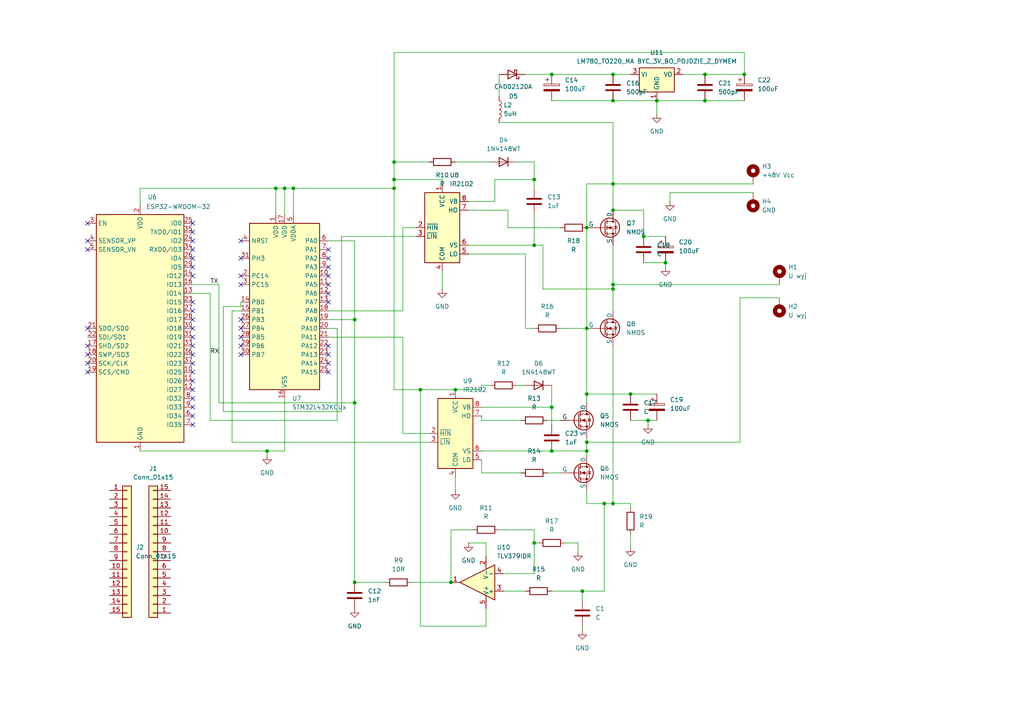
<source format=kicad_sch>
(kicad_sch (version 20250114) (generator "eeschema") (generator_version "9.0")
  (paper "A4")
  (lib_symbols
    (symbol "Amplifier_Operational:TLV2371DBV" (pin_names (offset 0.127))
      (property "Reference" "U" (at -1.27 6.35 0))
      (property "Value" "TLV2371DBV" (at -1.27 3.81 0))
      (symbol "TLV2371DBV_0_1"
        (polyline (pts (xy -5.08 5.08) (xy 5.08 0) (xy -5.08 -5.08) (xy -5.08 5.08)) (stroke (width 0.254)) (fill (type background)))
        (pin power_in line (at -2.54 7.62 270) (length 3.81) (name "V+") (number "5"))
        (pin power_in line (at -2.54 -7.62 90) (length 3.81) (name "V-") (number "2"))
      )
      (symbol "TLV2371DBV_1_1"
        (pin input line (at -7.62 2.54 0) (length 2.54) (name "+") (number "3"))
        (pin input line (at -7.62 -2.54 0) (length 2.54) (name "-") (number "4"))
        (pin output line (at 7.62 0 180) (length 2.54) (name "~") (number "1"))
      )
    )
    (symbol "Connector_Generic:Conn_01x15" (pin_names (offset 1.016) (hide yes))
      (property "Reference" "J" (at 0 20.32 0))
      (property "Value" "Conn_01x15" (at 0 -20.32 0))
      (symbol "Conn_01x15_1_1"
        (rectangle (start -1.27 19.05) (end 1.27 -19.05) (stroke (width 0.254)) (fill (type background)))
        (rectangle (start -1.27 17.907) (end 0 17.653) (stroke (width 0.1524)))
        (rectangle (start -1.27 15.367) (end 0 15.113) (stroke (width 0.1524)))
        (rectangle (start -1.27 12.827) (end 0 12.573) (stroke (width 0.1524)))
        (rectangle (start -1.27 10.287) (end 0 10.033) (stroke (width 0.1524)))
        (rectangle (start -1.27 7.747) (end 0 7.493) (stroke (width 0.1524)))
        (rectangle (start -1.27 5.207) (end 0 4.953) (stroke (width 0.1524)))
        (rectangle (start -1.27 2.667) (end 0 2.413) (stroke (width 0.1524)))
        (rectangle (start -1.27 0.127) (end 0 -0.127) (stroke (width 0.1524)))
        (rectangle (start -1.27 -2.413) (end 0 -2.667) (stroke (width 0.1524)))
        (rectangle (start -1.27 -4.953) (end 0 -5.207) (stroke (width 0.1524)))
        (rectangle (start -1.27 -7.493) (end 0 -7.747) (stroke (width 0.1524)))
        (rectangle (start -1.27 -10.033) (end 0 -10.287) (stroke (width 0.1524)))
        (rectangle (start -1.27 -12.573) (end 0 -12.827) (stroke (width 0.1524)))
        (rectangle (start -1.27 -15.113) (end 0 -15.367) (stroke (width 0.1524)))
        (rectangle (start -1.27 -17.653) (end 0 -17.907) (stroke (width 0.1524)))
        (pin passive line (at -5.08 17.78 0) (length 3.81) (name "Pin_1") (number "1"))
        (pin passive line (at -5.08 15.24 0) (length 3.81) (name "Pin_2") (number "2"))
        (pin passive line (at -5.08 12.7 0) (length 3.81) (name "Pin_3") (number "3"))
        (pin passive line (at -5.08 10.16 0) (length 3.81) (name "Pin_4") (number "4"))
        (pin passive line (at -5.08 7.62 0) (length 3.81) (name "Pin_5") (number "5"))
        (pin passive line (at -5.08 5.08 0) (length 3.81) (name "Pin_6") (number "6"))
        (pin passive line (at -5.08 2.54 0) (length 3.81) (name "Pin_7") (number "7"))
        (pin passive line (at -5.08 0 0) (length 3.81) (name "Pin_8") (number "8"))
        (pin passive line (at -5.08 -2.54 0) (length 3.81) (name "Pin_9") (number "9"))
        (pin passive line (at -5.08 -5.08 0) (length 3.81) (name "Pin_10") (number "10"))
        (pin passive line (at -5.08 -7.62 0) (length 3.81) (name "Pin_11") (number "11"))
        (pin passive line (at -5.08 -10.16 0) (length 3.81) (name "Pin_12") (number "12"))
        (pin passive line (at -5.08 -12.7 0) (length 3.81) (name "Pin_13") (number "13"))
        (pin passive line (at -5.08 -15.24 0) (length 3.81) (name "Pin_14") (number "14"))
        (pin passive line (at -5.08 -17.78 0) (length 3.81) (name "Pin_15") (number "15"))
      )
    )
    (symbol "Device:C" (pin_numbers (hide yes)) (pin_names (offset 0.254))
      (property "Reference" "C" (at 0.635 2.54 0))
      (property "Value" "C" (at 0.635 -2.54 0))
      (symbol "C_0_1"
        (polyline (pts (xy -2.032 0.762) (xy 2.032 0.762)) (stroke (width 0.508)))
        (polyline (pts (xy -2.032 -0.762) (xy 2.032 -0.762)) (stroke (width 0.508)))
      )
      (symbol "C_1_1"
        (pin passive line (at 0 3.81 270) (length 2.794) (name "~") (number "1"))
        (pin passive line (at 0 -3.81 90) (length 2.794) (name "~") (number "2"))
      )
    )
    (symbol "Device:C_Polarized" (pin_numbers (hide yes)) (pin_names (offset 0.254))
      (property "Reference" "C" (at 0.635 2.54 0))
      (property "Value" "C_Polarized" (at 0.635 -2.54 0))
      (symbol "C_Polarized_0_1"
        (rectangle (start -2.286 0.508) (end 2.286 1.016))
        (polyline (pts (xy -1.778 2.286) (xy -0.762 2.286)))
        (polyline (pts (xy -1.27 2.794) (xy -1.27 1.778)))
        (rectangle (start 2.286 -0.508) (end -2.286 -1.016) (fill (type outline)))
      )
      (symbol "C_Polarized_1_1"
        (pin passive line (at 0 3.81 270) (length 2.794) (name "~") (number "1"))
        (pin passive line (at 0 -3.81 90) (length 2.794) (name "~") (number "2"))
      )
    )
    (symbol "Device:L" (pin_numbers (hide yes)) (pin_names (offset 1.016) (hide yes))
      (property "Reference" "L" (at -1.27 0 90))
      (property "Value" "L" (at 1.905 0 90))
      (symbol "L_0_1"
        (arc (start 0 2.54) (mid 0.6323 1.905) (end 0 1.27))
        (arc (start 0 1.27) (mid 0.6323 0.635) (end 0 0))
        (arc (start 0 0) (mid 0.6323 -0.635) (end 0 -1.27))
        (arc (start 0 -1.27) (mid 0.6323 -1.905) (end 0 -2.54))
      )
      (symbol "L_1_1"
        (pin passive line (at 0 3.81 270) (length 1.27) (name "1") (number "1"))
        (pin passive line (at 0 -3.81 90) (length 1.27) (name "2") (number "2"))
      )
    )
    (symbol "Device:R" (pin_numbers (hide yes)) (pin_names (offset 0))
      (property "Reference" "R" (at 2.032 0 90))
      (property "Value" "R" (at 0 0 90))
      (symbol "R_0_1"
        (rectangle (start -1.016 -2.54) (end 1.016 2.54) (stroke (width 0.254)))
      )
      (symbol "R_1_1"
        (pin passive line (at 0 3.81 270) (length 1.27) (name "~") (number "1"))
        (pin passive line (at 0 -3.81 90) (length 1.27) (name "~") (number "2"))
      )
    )
    (symbol "Diode:1N4148WT" (pin_numbers (hide yes)) (pin_names (hide yes))
      (property "Reference" "D" (at 0 2.54 0))
      (property "Value" "1N4148WT" (at 0 -2.54 0))
      (symbol "1N4148WT_0_1"
        (polyline (pts (xy -1.27 1.27) (xy -1.27 -1.27)) (stroke (width 0.254)))
        (polyline (pts (xy 1.27 1.27) (xy 1.27 -1.27) (xy -1.27 0) (xy 1.27 1.27)) (stroke (width 0.254)))
        (polyline (pts (xy 1.27 0) (xy -1.27 0)))
      )
      (symbol "1N4148WT_1_1"
        (pin passive line (at -3.81 0 0) (length 2.54) (name "K") (number "1"))
        (pin passive line (at 3.81 0 180) (length 2.54) (name "A") (number "2"))
      )
    )
    (symbol "Diode:C4D02120A" (pin_numbers (hide yes)) (pin_names (offset 1.016) (hide yes))
      (property "Reference" "D" (at 0 2.54 0))
      (property "Value" "C4D02120A" (at 0 -2.54 0))
      (symbol "C4D02120A_0_1"
        (polyline (pts (xy -1.905 0.635) (xy -1.905 1.27) (xy -1.27 1.27) (xy -1.27 -1.27) (xy -0.635 -1.27) (xy -0.635 -0.635)) (stroke (width 0.254)))
        (polyline (pts (xy 1.27 1.27) (xy 1.27 -1.27) (xy -1.27 0) (xy 1.27 1.27)) (stroke (width 0.254)))
        (polyline (pts (xy 1.27 0) (xy -1.27 0)))
      )
      (symbol "C4D02120A_1_1"
        (pin passive line (at -3.81 0 0) (length 2.54) (name "K") (number "1"))
        (pin passive line (at 3.81 0 180) (length 2.54) (name "A") (number "2"))
      )
    )
    (symbol "Driver_FET:IR2102"
      (property "Reference" "U" (at 1.27 13.335 0))
      (property "Value" "IR2102" (at 1.27 11.43 0))
      (symbol "IR2102_0_1"
        (rectangle (start -5.08 -10.16) (end 5.08 10.16) (stroke (width 0.254)) (fill (type background)))
      )
      (symbol "IR2102_1_1"
        (pin input line (at -7.62 0 0) (length 2.54) (name "~{HIN}") (number "2"))
        (pin input line (at -7.62 -2.54 0) (length 2.54) (name "~{LIN}") (number "3"))
        (pin power_in line (at 0 12.7 270) (length 2.54) (name "VCC") (number "1"))
        (pin power_in line (at 0 -12.7 90) (length 2.54) (name "COM") (number "4"))
        (pin passive line (at 7.62 7.62 180) (length 2.54) (name "VB") (number "8"))
        (pin output line (at 7.62 5.08 180) (length 2.54) (name "HO") (number "7"))
        (pin passive line (at 7.62 -5.08 180) (length 2.54) (name "VS") (number "6"))
        (pin output line (at 7.62 -7.62 180) (length 2.54) (name "LO") (number "5"))
      )
    )
    (symbol "MCU_ST_STM32L4:STM32L432KCUx"
      (property "Reference" "U" (at -10.16 26.67 0))
      (property "Value" "STM32L432KCUx" (at 5.08 26.67 0))
      (symbol "STM32L432KCUx_0_1"
        (rectangle (start -10.16 -22.86) (end 10.16 25.4) (stroke (width 0.254)) (fill (type background)))
      )
      (symbol "STM32L432KCUx_1_1"
        (pin input line (at -12.7 20.32 0) (length 2.54) (name "NRST") (number "4"))
        (pin bidirectional line (at -12.7 15.24 0) (length 2.54) (name "PH3") (number "31"))
        (pin bidirectional line (at -12.7 10.16 0) (length 2.54) (name "PC14") (number "2"))
        (pin bidirectional line (at -12.7 7.62 0) (length 2.54) (name "PC15") (number "3"))
        (pin bidirectional line (at -12.7 2.54 0) (length 2.54) (name "PB0") (number "14"))
        (pin bidirectional line (at -12.7 0 0) (length 2.54) (name "PB1") (number "15"))
        (pin bidirectional line (at -12.7 -2.54 0) (length 2.54) (name "PB3") (number "26"))
        (pin bidirectional line (at -12.7 -5.08 0) (length 2.54) (name "PB4") (number "27"))
        (pin bidirectional line (at -12.7 -7.62 0) (length 2.54) (name "PB5") (number "28"))
        (pin bidirectional line (at -12.7 -10.16 0) (length 2.54) (name "PB6") (number "29"))
        (pin bidirectional line (at -12.7 -12.7 0) (length 2.54) (name "PB7") (number "30"))
        (pin power_in line (at -2.54 27.94 270) (length 2.54) (name "VDD") (number "1"))
        (pin power_in line (at 0 27.94 270) (length 2.54) (name "VDD") (number "17"))
        (pin power_in line (at 0 -25.4 90) (length 2.54) (name "VSS") (number "16"))
        (pin passive line (at 0 -25.4 90) (length 2.54) (hide yes) (name "VSS") (number "32"))
        (pin passive line (at 0 -25.4 90) (length 2.54) (hide yes) (name "VSS") (number "33"))
        (pin power_in line (at 2.54 27.94 270) (length 2.54) (name "VDDA") (number "5"))
        (pin bidirectional line (at 12.7 20.32 180) (length 2.54) (name "PA0") (number "6"))
        (pin bidirectional line (at 12.7 17.78 180) (length 2.54) (name "PA1") (number "7"))
        (pin bidirectional line (at 12.7 15.24 180) (length 2.54) (name "PA2") (number "8"))
        (pin bidirectional line (at 12.7 12.7 180) (length 2.54) (name "PA3") (number "9"))
        (pin bidirectional line (at 12.7 10.16 180) (length 2.54) (name "PA4") (number "10"))
        (pin bidirectional line (at 12.7 7.62 180) (length 2.54) (name "PA5") (number "11"))
        (pin bidirectional line (at 12.7 5.08 180) (length 2.54) (name "PA6") (number "12"))
        (pin bidirectional line (at 12.7 2.54 180) (length 2.54) (name "PA7") (number "13"))
        (pin bidirectional line (at 12.7 0 180) (length 2.54) (name "PA8") (number "18"))
        (pin bidirectional line (at 12.7 -2.54 180) (length 2.54) (name "PA9") (number "19"))
        (pin bidirectional line (at 12.7 -5.08 180) (length 2.54) (name "PA10") (number "20"))
        (pin bidirectional line (at 12.7 -7.62 180) (length 2.54) (name "PA11") (number "21"))
        (pin bidirectional line (at 12.7 -10.16 180) (length 2.54) (name "PA12") (number "22"))
        (pin bidirectional line (at 12.7 -12.7 180) (length 2.54) (name "PA13") (number "23"))
        (pin bidirectional line (at 12.7 -15.24 180) (length 2.54) (name "PA14") (number "24"))
        (pin bidirectional line (at 12.7 -17.78 180) (length 2.54) (name "PA15") (number "25"))
      )
    )
    (symbol "Mechanical:MountingHole_Pad" (pin_numbers (hide yes)) (pin_names (offset 1.016) (hide yes)) (in_bom no)
      (property "Reference" "H" (at 0 6.35 0))
      (property "Value" "MountingHole_Pad" (at 0 4.445 0))
      (symbol "MountingHole_Pad_0_1"
        (circle (center 0 1.27) (radius 1.27) (stroke (width 1.27)))
      )
      (symbol "MountingHole_Pad_1_1"
        (pin input line (at 0 -2.54 90) (length 2.54) (name "1") (number "1"))
      )
    )
    (symbol "RF_Module:ESP32-WROOM-32"
      (property "Reference" "U" (at -12.7 34.29 0))
      (property "Value" "ESP32-WROOM-32" (at 1.27 34.29 0))
      (symbol "ESP32-WROOM-32_0_1"
        (rectangle (start -12.7 33.02) (end 12.7 -33.02) (stroke (width 0.254)) (fill (type background)))
      )
      (symbol "ESP32-WROOM-32_1_1"
        (pin input line (at -15.24 30.48 0) (length 2.54) (name "EN") (number "3"))
        (pin input line (at -15.24 25.4 0) (length 2.54) (name "SENSOR_VP") (number "4"))
        (pin input line (at -15.24 22.86 0) (length 2.54) (name "SENSOR_VN") (number "5"))
        (pin bidirectional line (at -15.24 0 0) (length 2.54) (name "SDO/SD0") (number "21"))
        (pin bidirectional line (at -15.24 -2.54 0) (length 2.54) (name "SDI/SD1") (number "22"))
        (pin bidirectional line (at -15.24 -5.08 0) (length 2.54) (name "SHD/SD2") (number "17"))
        (pin bidirectional line (at -15.24 -7.62 0) (length 2.54) (name "SWP/SD3") (number "18"))
        (pin bidirectional line (at -15.24 -10.16 0) (length 2.54) (name "SCK/CLK") (number "20"))
        (pin bidirectional line (at -15.24 -12.7 0) (length 2.54) (name "SCS/CMD") (number "19"))
        (pin no_connect line (at -12.7 -27.94 0) (length 2.54) (hide yes) (name "NC") (number "32"))
        (pin power_in line (at 0 35.56 270) (length 2.54) (name "VDD") (number "2"))
        (pin power_in line (at 0 -35.56 90) (length 2.54) (name "GND") (number "1"))
        (pin passive line (at 0 -35.56 90) (length 2.54) (hide yes) (name "GND") (number "15"))
        (pin passive line (at 0 -35.56 90) (length 2.54) (hide yes) (name "GND") (number "38"))
        (pin passive line (at 0 -35.56 90) (length 2.54) (hide yes) (name "GND") (number "39"))
        (pin bidirectional line (at 15.24 30.48 180) (length 2.54) (name "IO0") (number "25"))
        (pin bidirectional line (at 15.24 27.94 180) (length 2.54) (name "TXD0/IO1") (number "35"))
        (pin bidirectional line (at 15.24 25.4 180) (length 2.54) (name "IO2") (number "24"))
        (pin bidirectional line (at 15.24 22.86 180) (length 2.54) (name "RXD0/IO3") (number "34"))
        (pin bidirectional line (at 15.24 20.32 180) (length 2.54) (name "IO4") (number "26"))
        (pin bidirectional line (at 15.24 17.78 180) (length 2.54) (name "IO5") (number "29"))
        (pin bidirectional line (at 15.24 15.24 180) (length 2.54) (name "IO12") (number "14"))
        (pin bidirectional line (at 15.24 12.7 180) (length 2.54) (name "IO13") (number "16"))
        (pin bidirectional line (at 15.24 10.16 180) (length 2.54) (name "IO14") (number "13"))
        (pin bidirectional line (at 15.24 7.62 180) (length 2.54) (name "IO15") (number "23"))
        (pin bidirectional line (at 15.24 5.08 180) (length 2.54) (name "IO16") (number "27"))
        (pin bidirectional line (at 15.24 2.54 180) (length 2.54) (name "IO17") (number "28"))
        (pin bidirectional line (at 15.24 0 180) (length 2.54) (name "IO18") (number "30"))
        (pin bidirectional line (at 15.24 -2.54 180) (length 2.54) (name "IO19") (number "31"))
        (pin bidirectional line (at 15.24 -5.08 180) (length 2.54) (name "IO21") (number "33"))
        (pin bidirectional line (at 15.24 -7.62 180) (length 2.54) (name "IO22") (number "36"))
        (pin bidirectional line (at 15.24 -10.16 180) (length 2.54) (name "IO23") (number "37"))
        (pin bidirectional line (at 15.24 -12.7 180) (length 2.54) (name "IO25") (number "10"))
        (pin bidirectional line (at 15.24 -15.24 180) (length 2.54) (name "IO26") (number "11"))
        (pin bidirectional line (at 15.24 -17.78 180) (length 2.54) (name "IO27") (number "12"))
        (pin bidirectional line (at 15.24 -20.32 180) (length 2.54) (name "IO32") (number "8"))
        (pin bidirectional line (at 15.24 -22.86 180) (length 2.54) (name "IO33") (number "9"))
        (pin input line (at 15.24 -25.4 180) (length 2.54) (name "IO34") (number "6"))
        (pin input line (at 15.24 -27.94 180) (length 2.54) (name "IO35") (number "7"))
      )
    )
    (symbol "Regulator_Linear:LD1117S33TR_SOT223"
      (property "Reference" "U" (at -3.81 3.175 0))
      (property "Value" "LD1117S33TR_SOT223" (at 0 3.175 0))
      (symbol "LD1117S33TR_SOT223_0_1"
        (rectangle (start -5.08 -5.08) (end 5.08 1.905) (stroke (width 0.254)) (fill (type background)))
      )
      (symbol "LD1117S33TR_SOT223_1_1"
        (pin power_in line (at -7.62 0 0) (length 2.54) (name "VI") (number "3"))
        (pin power_in line (at 0 -7.62 90) (length 2.54) (name "GND") (number "1"))
        (pin power_out line (at 7.62 0 180) (length 2.54) (name "VO") (number "2"))
      )
    )
    (symbol "Simulation_SPICE:NMOS" (pin_numbers (hide yes)) (pin_names (offset 0))
      (property "Reference" "Q" (at 5.08 1.27 0))
      (property "Value" "NMOS" (at 5.08 -1.27 0))
      (symbol "NMOS_0_1"
        (polyline (pts (xy 0.254 1.905) (xy 0.254 -1.905)) (stroke (width 0.254)))
        (polyline (pts (xy 0.254 0) (xy -2.54 0)))
        (polyline (pts (xy 0.762 2.286) (xy 0.762 1.27)) (stroke (width 0.254)))
        (polyline (pts (xy 0.762 0.508) (xy 0.762 -0.508)) (stroke (width 0.254)))
        (polyline (pts (xy 0.762 -1.27) (xy 0.762 -2.286)) (stroke (width 0.254)))
        (polyline (pts (xy 0.762 -1.778) (xy 3.302 -1.778) (xy 3.302 1.778) (xy 0.762 1.778)))
        (polyline (pts (xy 1.016 0) (xy 2.032 0.381) (xy 2.032 -0.381) (xy 1.016 0)) (fill (type outline)))
        (circle (center 1.651 0) (radius 2.794) (stroke (width 0.254)))
        (polyline (pts (xy 2.54 2.54) (xy 2.54 1.778)))
        (circle (center 2.54 1.778) (radius 0.254) (fill (type outline)))
        (circle (center 2.54 -1.778) (radius 0.254) (fill (type outline)))
        (polyline (pts (xy 2.54 -2.54) (xy 2.54 0) (xy 0.762 0)))
        (polyline (pts (xy 2.794 0.508) (xy 2.921 0.381) (xy 3.683 0.381) (xy 3.81 0.254)))
        (polyline (pts (xy 3.302 0.381) (xy 2.921 -0.254) (xy 3.683 -0.254) (xy 3.302 0.381)))
      )
      (symbol "NMOS_1_1"
        (pin input line (at -5.08 0 0) (length 2.54) (name "G") (number "2"))
        (pin passive line (at 2.54 5.08 270) (length 2.54) (name "D") (number "1"))
        (pin passive line (at 2.54 -5.08 90) (length 2.54) (name "S") (number "3"))
      )
    )
    (symbol "power:GND" (power) (pin_numbers (hide yes)) (pin_names (offset 0) (hide yes))
      (property "Value" "GND" (at 0 -3.81 0))
      (symbol "GND_0_1"
        (polyline (pts (xy 0 0) (xy 0 -1.27) (xy 1.27 -1.27) (xy 0 -2.54) (xy -1.27 -1.27) (xy 0 -1.27)))
      )
      (symbol "GND_1_1"
        (pin power_in line (at 0 0 270) (length 0) (name "~") (number "1"))
      )
    )
  )
  (junction (at 160.02 118.11))
  (junction (at 132.08 113.03))
  (junction (at 204.47 21.59))
  (junction (at 175.26 146.05))
  (junction (at 177.8 21.59))
  (junction (at 177.8 29.21))
  (junction (at 170.18 128.27))
  (junction (at 114.3 46.99))
  (junction (at 177.8 83.82))
  (junction (at 182.88 114.3))
  (junction (at 114.3 54.61))
  (junction (at 177.8 146.05))
  (junction (at 170.18 95.25))
  (junction (at 154.94 157.48))
  (junction (at 102.87 92.71))
  (junction (at 177.8 53.34))
  (junction (at 160.02 130.81))
  (junction (at 121.92 113.03))
  (junction (at 204.47 29.21))
  (junction (at 190.5 29.21))
  (junction (at 170.18 66.04))
  (junction (at 186.69 68.58))
  (junction (at 177.8 60.96))
  (junction (at 102.87 116.84))
  (junction (at 114.3 52.07))
  (junction (at 170.18 130.81))
  (junction (at 154.94 71.12))
  (junction (at 177.8 82.55))
  (junction (at 77.47 130.81))
  (junction (at 102.87 168.91))
  (junction (at 193.04 76.2))
  (junction (at 130.81 168.91))
  (junction (at 154.94 52.07))
  (junction (at 170.18 114.3))
  (junction (at 80.01 54.61))
  (junction (at 168.91 171.45))
  (junction (at 82.55 54.61))
  (junction (at 160.02 21.59))
  (junction (at 215.9 21.59))
  (junction (at 85.09 54.61))
  (junction (at 187.96 121.92))
  (no_connect (at 95.25 87.63))
  (no_connect (at 25.4 107.95))
  (no_connect (at 25.4 102.87))
  (no_connect (at 69.85 80.01))
  (no_connect (at 95.25 107.95))
  (no_connect (at 95.25 82.55))
  (no_connect (at 69.85 69.85))
  (no_connect (at 69.85 97.79))
  (no_connect (at 95.25 102.87))
  (no_connect (at 55.88 105.41))
  (no_connect (at 55.88 92.71))
  (no_connect (at 55.88 69.85))
  (no_connect (at 55.88 90.17))
  (no_connect (at 55.88 64.77))
  (no_connect (at 55.88 118.11))
  (no_connect (at 55.88 100.33))
  (no_connect (at 25.4 64.77))
  (no_connect (at 25.4 105.41))
  (no_connect (at 69.85 100.33))
  (no_connect (at 55.88 107.95))
  (no_connect (at 25.4 72.39))
  (no_connect (at 69.85 102.87))
  (no_connect (at 55.88 113.03))
  (no_connect (at 69.85 74.93))
  (no_connect (at 95.25 74.93))
  (no_connect (at 95.25 85.09))
  (no_connect (at 69.85 95.25))
  (no_connect (at 55.88 120.65))
  (no_connect (at 69.85 82.55))
  (no_connect (at 95.25 72.39))
  (no_connect (at 55.88 80.01))
  (no_connect (at 95.25 77.47))
  (no_connect (at 55.88 102.87))
  (no_connect (at 55.88 67.31))
  (no_connect (at 55.88 74.93))
  (no_connect (at 95.25 80.01))
  (no_connect (at 25.4 69.85))
  (no_connect (at 55.88 110.49))
  (no_connect (at 69.85 92.71))
  (no_connect (at 55.88 115.57))
  (no_connect (at 55.88 77.47))
  (no_connect (at 25.4 100.33))
  (no_connect (at 95.25 105.41))
  (no_connect (at 95.25 100.33))
  (no_connect (at 55.88 97.79))
  (no_connect (at 55.88 95.25))
  (no_connect (at 55.88 87.63))
  (no_connect (at 25.4 95.25))
  (no_connect (at 55.88 123.19))
  (no_connect (at 55.88 72.39))
  (wire (pts (xy 154.94 166.37) (xy 146.05 166.37)))
  (wire (pts (xy 177.8 53.34) (xy 218.44 53.34)))
  (wire (pts (xy 151.13 137.16) (xy 139.7 137.16)))
  (wire (pts (xy 177.8 82.55) (xy 177.8 83.82)))
  (wire (pts (xy 149.86 46.99) (xy 154.94 46.99)))
  (wire (pts (xy 214.63 86.36) (xy 226.06 86.36)))
  (wire (pts (xy 187.96 121.92) (xy 190.5 121.92)))
  (wire (pts (xy 193.04 77.47) (xy 193.04 76.2)))
  (wire (pts (xy 60.96 85.09) (xy 60.96 121.92)))
  (wire (pts (xy 168.91 171.45) (xy 168.91 173.99)))
  (wire (pts (xy 140.97 176.53) (xy 140.97 181.61)))
  (wire (pts (xy 146.05 171.45) (xy 152.4 171.45)))
  (wire (pts (xy 116.84 66.04) (xy 120.65 66.04)))
  (wire (pts (xy 128.27 53.34) (xy 128.27 52.07)))
  (wire (pts (xy 177.8 35.56) (xy 177.8 53.34)))
  (wire (pts (xy 121.92 113.03) (xy 132.08 113.03)))
  (wire (pts (xy 151.13 121.92) (xy 139.7 121.92)))
  (wire (pts (xy 135.89 71.12) (xy 154.94 71.12)))
  (wire (pts (xy 190.5 29.21) (xy 204.47 29.21)))
  (wire (pts (xy 82.55 54.61) (xy 82.55 62.23)))
  (wire (pts (xy 170.18 53.34) (xy 170.18 66.04)))
  (wire (pts (xy 143.51 52.07) (xy 154.94 52.07)))
  (wire (pts (xy 102.87 92.71) (xy 95.25 92.71)))
  (wire (pts (xy 149.86 111.76) (xy 152.4 111.76)))
  (wire (pts (xy 114.3 54.61) (xy 114.3 52.07)))
  (wire (pts (xy 160.02 111.76) (xy 160.02 118.11)))
  (wire (pts (xy 175.26 146.05) (xy 177.8 146.05)))
  (wire (pts (xy 116.84 125.73) (xy 124.46 125.73)))
  (wire (pts (xy 177.8 83.82) (xy 177.8 90.17)))
  (wire (pts (xy 140.97 181.61) (xy 121.92 181.61)))
  (wire (pts (xy 170.18 142.24) (xy 170.18 146.05)))
  (wire (pts (xy 144.78 21.59) (xy 144.78 27.94)))
  (wire (pts (xy 114.3 113.03) (xy 121.92 113.03)))
  (wire (pts (xy 186.69 60.96) (xy 177.8 60.96)))
  (wire (pts (xy 154.94 52.07) (xy 154.94 54.61)))
  (wire (pts (xy 167.64 157.48) (xy 167.64 160.02)))
  (wire (pts (xy 102.87 116.84) (xy 102.87 92.71)))
  (wire (pts (xy 99.06 68.58) (xy 120.65 68.58)))
  (wire (pts (xy 139.7 113.03) (xy 132.08 113.03)))
  (wire (pts (xy 182.88 154.94) (xy 182.88 158.75)))
  (wire (pts (xy 82.55 54.61) (xy 80.01 54.61)))
  (wire (pts (xy 121.92 113.03) (xy 121.92 181.61)))
  (wire (pts (xy 147.32 66.04) (xy 147.32 60.96)))
  (wire (pts (xy 152.4 95.25) (xy 154.94 95.25)))
  (wire (pts (xy 77.47 132.08) (xy 77.47 130.81)))
  (wire (pts (xy 40.64 54.61) (xy 80.01 54.61)))
  (wire (pts (xy 152.4 21.59) (xy 160.02 21.59)))
  (wire (pts (xy 175.26 171.45) (xy 175.26 146.05)))
  (wire (pts (xy 69.85 88.9) (xy 64.77 88.9)))
  (wire (pts (xy 63.5 82.55) (xy 55.88 82.55)))
  (wire (pts (xy 154.94 157.48) (xy 156.21 157.48)))
  (wire (pts (xy 116.84 90.17) (xy 116.84 66.04)))
  (wire (pts (xy 214.63 86.36) (xy 214.63 128.27)))
  (wire (pts (xy 160.02 29.21) (xy 177.8 29.21)))
  (wire (pts (xy 160.02 171.45) (xy 168.91 171.45)))
  (wire (pts (xy 170.18 95.25) (xy 170.18 114.3)))
  (wire (pts (xy 63.5 116.84) (xy 102.87 116.84)))
  (wire (pts (xy 160.02 118.11) (xy 160.02 123.19)))
  (wire (pts (xy 114.3 46.99) (xy 124.46 46.99)))
  (wire (pts (xy 170.18 114.3) (xy 170.18 116.84)))
  (wire (pts (xy 140.97 157.48) (xy 140.97 161.29)))
  (wire (pts (xy 170.18 66.04) (xy 170.18 95.25)))
  (wire (pts (xy 97.79 95.25) (xy 95.25 95.25)))
  (wire (pts (xy 95.25 90.17) (xy 116.84 90.17)))
  (wire (pts (xy 177.8 71.12) (xy 177.8 82.55)))
  (wire (pts (xy 170.18 128.27) (xy 214.63 128.27)))
  (wire (pts (xy 154.94 153.67) (xy 154.94 157.48)))
  (wire (pts (xy 102.87 168.91) (xy 111.76 168.91)))
  (wire (pts (xy 114.3 15.24) (xy 114.3 46.99)))
  (wire (pts (xy 170.18 128.27) (xy 170.18 130.81)))
  (wire (pts (xy 102.87 92.71) (xy 102.87 69.85)))
  (wire (pts (xy 152.4 73.66) (xy 152.4 95.25)))
  (wire (pts (xy 177.8 53.34) (xy 177.8 60.96)))
  (wire (pts (xy 95.25 97.79) (xy 116.84 97.79)))
  (wire (pts (xy 158.75 121.92) (xy 162.56 121.92)))
  (wire (pts (xy 163.83 157.48) (xy 167.64 157.48)))
  (wire (pts (xy 82.55 54.61) (xy 85.09 54.61)))
  (wire (pts (xy 67.31 90.17) (xy 67.31 128.27)))
  (wire (pts (xy 198.12 21.59) (xy 204.47 21.59)))
  (wire (pts (xy 182.88 146.05) (xy 177.8 146.05)))
  (wire (pts (xy 119.38 168.91) (xy 130.81 168.91)))
  (wire (pts (xy 63.5 82.55) (xy 63.5 116.84)))
  (wire (pts (xy 177.8 21.59) (xy 182.88 21.59)))
  (wire (pts (xy 154.94 157.48) (xy 154.94 166.37)))
  (wire (pts (xy 67.31 128.27) (xy 124.46 128.27)))
  (wire (pts (xy 132.08 138.43) (xy 132.08 142.24)))
  (wire (pts (xy 157.48 71.12) (xy 157.48 83.82)))
  (wire (pts (xy 139.7 111.76) (xy 139.7 113.03)))
  (wire (pts (xy 143.51 58.42) (xy 143.51 52.07)))
  (wire (pts (xy 160.02 21.59) (xy 177.8 21.59)))
  (wire (pts (xy 135.89 157.48) (xy 140.97 157.48)))
  (wire (pts (xy 190.5 29.21) (xy 190.5 33.02)))
  (wire (pts (xy 168.91 181.61) (xy 168.91 182.88)))
  (wire (pts (xy 168.91 171.45) (xy 175.26 171.45)))
  (wire (pts (xy 160.02 130.81) (xy 170.18 130.81)))
  (wire (pts (xy 102.87 69.85) (xy 95.25 69.85)))
  (wire (pts (xy 186.69 76.2) (xy 193.04 76.2)))
  (wire (pts (xy 215.9 15.24) (xy 114.3 15.24)))
  (wire (pts (xy 114.3 54.61) (xy 114.3 113.03)))
  (wire (pts (xy 177.8 29.21) (xy 190.5 29.21)))
  (wire (pts (xy 204.47 21.59) (xy 215.9 21.59)))
  (wire (pts (xy 82.55 130.81) (xy 77.47 130.81)))
  (wire (pts (xy 102.87 168.91) (xy 102.87 116.84)))
  (wire (pts (xy 154.94 71.12) (xy 157.48 71.12)))
  (wire (pts (xy 139.7 118.11) (xy 160.02 118.11)))
  (wire (pts (xy 64.77 119.38) (xy 99.06 119.38)))
  (wire (pts (xy 157.48 83.82) (xy 177.8 83.82)))
  (wire (pts (xy 170.18 130.81) (xy 170.18 132.08)))
  (wire (pts (xy 80.01 54.61) (xy 80.01 62.23)))
  (wire (pts (xy 187.96 121.92) (xy 187.96 123.19)))
  (wire (pts (xy 144.78 153.67) (xy 154.94 153.67)))
  (wire (pts (xy 85.09 54.61) (xy 85.09 62.23)))
  (wire (pts (xy 97.79 121.92) (xy 97.79 95.25)))
  (wire (pts (xy 182.88 114.3) (xy 170.18 114.3)))
  (wire (pts (xy 69.85 87.63) (xy 69.85 88.9)))
  (wire (pts (xy 128.27 78.74) (xy 128.27 83.82)))
  (wire (pts (xy 82.55 130.81) (xy 82.55 115.57)))
  (wire (pts (xy 182.88 114.3) (xy 190.5 114.3)))
  (wire (pts (xy 135.89 58.42) (xy 143.51 58.42)))
  (wire (pts (xy 130.81 153.67) (xy 130.81 168.91)))
  (wire (pts (xy 154.94 62.23) (xy 154.94 71.12)))
  (wire (pts (xy 177.8 100.33) (xy 177.8 146.05)))
  (wire (pts (xy 85.09 54.61) (xy 114.3 54.61)))
  (wire (pts (xy 162.56 95.25) (xy 170.18 95.25)))
  (wire (pts (xy 114.3 52.07) (xy 128.27 52.07)))
  (wire (pts (xy 147.32 60.96) (xy 135.89 60.96)))
  (wire (pts (xy 158.75 137.16) (xy 162.56 137.16)))
  (wire (pts (xy 162.56 66.04) (xy 147.32 66.04)))
  (wire (pts (xy 193.04 68.58) (xy 186.69 68.58)))
  (wire (pts (xy 144.78 35.56) (xy 177.8 35.56)))
  (wire (pts (xy 40.64 54.61) (xy 40.64 59.69)))
  (wire (pts (xy 69.85 90.17) (xy 67.31 90.17)))
  (wire (pts (xy 139.7 111.76) (xy 142.24 111.76)))
  (wire (pts (xy 60.96 85.09) (xy 55.88 85.09)))
  (wire (pts (xy 177.8 82.55) (xy 226.06 82.55)))
  (wire (pts (xy 116.84 97.79) (xy 116.84 125.73)))
  (wire (pts (xy 154.94 46.99) (xy 154.94 52.07)))
  (wire (pts (xy 135.89 73.66) (xy 152.4 73.66)))
  (wire (pts (xy 114.3 52.07) (xy 114.3 46.99)))
  (wire (pts (xy 130.81 153.67) (xy 137.16 153.67)))
  (wire (pts (xy 182.88 146.05) (xy 182.88 147.32)))
  (wire (pts (xy 170.18 127) (xy 170.18 128.27)))
  (wire (pts (xy 139.7 137.16) (xy 139.7 133.35)))
  (wire (pts (xy 64.77 88.9) (xy 64.77 119.38)))
  (wire (pts (xy 186.69 68.58) (xy 186.69 60.96)))
  (wire (pts (xy 139.7 121.92) (xy 139.7 120.65)))
  (wire (pts (xy 170.18 53.34) (xy 177.8 53.34)))
  (wire (pts (xy 132.08 46.99) (xy 142.24 46.99)))
  (wire (pts (xy 204.47 29.21) (xy 215.9 29.21)))
  (wire (pts (xy 194.31 55.88) (xy 218.44 55.88)))
  (wire (pts (xy 182.88 121.92) (xy 187.96 121.92)))
  (wire (pts (xy 194.31 55.88) (xy 194.31 58.42)))
  (wire (pts (xy 139.7 130.81) (xy 160.02 130.81)))
  (wire (pts (xy 99.06 119.38) (xy 99.06 68.58)))
  (wire (pts (xy 170.18 146.05) (xy 175.26 146.05)))
  (wire (pts (xy 215.9 21.59) (xy 215.9 15.24)))
  (wire (pts (xy 60.96 121.92) (xy 97.79 121.92)))
  (wire (pts (xy 40.64 130.81) (xy 77.47 130.81)))
  (label "TX" (at 60.96 82.55 0))
  (label "RX" (at 60.96 102.87 0))
  (symbol (lib_id "Device:C") (at 102.87 172.72 0) (unit 1)
    (property "Reference" "C12" (at 106.68 171.4499 0) (effects (justify left)))
    (property "Value" "1nF" (at 106.68 173.9899 0) (effects (justify left)))
    (property "Footprint" "Capacitor_SMD:C_1206_3216Metric" (effects (hide yes)))
    (property "Description" "Unpolarized capacitor" (effects (hide yes)))
  )
  (symbol (lib_id "Diode:1N4148WT") (at 146.05 46.99 180) (unit 1)
    (property "Reference" "D4" (at 146.05 40.64 0))
    (property "Value" "1N4148WT" (at 146.05 43.18 0))
    (property "Footprint" "Diode_SMD:D_SOD-523" (effects (hide yes)))
    (property "Datasheet" "https://www.diodes.com/assets/Datasheets/ds30396.pdf" (effects (hide yes)))
    (property "Description" "75V 0.15A Fast switching Diode, SOD-523" (effects (hide yes)))
    (property "Sim.Device" "D" (effects (hide yes)))
    (property "Sim.Pins" "1=K 2=A" (effects (hide yes)))
  )
  (symbol (lib_id "power:GND") (at 132.08 142.24 0) (unit 1)
    (property "Reference" "#PWR0104" (effects (hide yes)))
    (property "Value" "GND" (at 132.08 147.32 0))
    (property "Description" "Power symbol creates a global label with name \"GND\" , ground" (effects (hide yes)))
  )
  (symbol (lib_id "Device:R") (at 154.94 121.92 90) (unit 1)
    (property "Reference" "R13" (at 154.94 115.57 90))
    (property "Value" "R" (at 154.94 118.11 90))
    (property "Footprint" "Resistor_SMD:R_1210_3225Metric" (effects (hide yes)))
    (property "Description" "Resistor" (effects (hide yes)))
  )
  (symbol (lib_id "Device:R") (at 158.75 95.25 90) (unit 1)
    (property "Reference" "R16" (at 158.75 88.9 90))
    (property "Value" "R" (at 158.75 91.44 90))
    (property "Footprint" "Resistor_SMD:R_1210_3225Metric" (effects (hide yes)))
    (property "Description" "Resistor" (effects (hide yes)))
  )
  (symbol (lib_id "power:GND") (at 194.31 58.42 0) (unit 1)
    (property "Reference" "#PWR0101" (effects (hide yes)))
    (property "Value" "GND" (at 194.31 63.5 0))
    (property "Description" "Power symbol creates a global label with name \"GND\" , ground" (effects (hide yes)))
  )
  (symbol (lib_id "Device:R") (at 146.05 111.76 90) (unit 1)
    (property "Reference" "R12" (at 146.05 105.41 90))
    (property "Value" "R" (at 146.05 107.95 90))
    (property "Footprint" "Resistor_SMD:R_1210_3225Metric" (effects (hide yes)))
    (property "Description" "Resistor" (effects (hide yes)))
  )
  (symbol (lib_id "Connector_Generic:Conn_01x15") (at 36.83 160.02 0) (unit 1)
    (property "Reference" "J2" (at 39.37 158.7499 0) (effects (justify left)))
    (property "Value" "Conn_01x15" (at 39.37 161.2899 0) (effects (justify left)))
    (property "Description" "Generic connector, single row, 01x15, script generated (kicad-library-utils/schlib/autogen/connector/)" (effects (hide yes)))
  )
  (symbol (lib_id "Mechanical:MountingHole_Pad") (at 226.06 88.9 180) (unit 1) (in_bom no)
    (property "Reference" "H2" (at 228.6 88.8999 0) (effects (justify right)))
    (property "Value" "U wyj" (at 228.6 91.4399 0) (effects (justify right)))
    (property "Footprint" "MountingHole:MountingHole_3.2mm_M3_DIN965_Pad" (effects (hide yes)))
    (property "Description" "Mounting Hole with connection" (effects (hide yes)))
  )
  (symbol (lib_id "Mechanical:MountingHole_Pad") (at 226.06 80.01 0) (unit 1) (in_bom no)
    (property "Reference" "H1" (at 228.6 77.4699 0) (effects (justify left)))
    (property "Value" "U wyj" (at 228.6 80.0099 0) (effects (justify left)))
    (property "Footprint" "MountingHole:MountingHole_3.2mm_M3_DIN965_Pad" (effects (hide yes)))
    (property "Description" "Mounting Hole with connection" (effects (hide yes)))
  )
  (symbol (lib_id "Device:R") (at 160.02 157.48 270) (unit 1)
    (property "Reference" "R17" (at 160.02 151.13 90))
    (property "Value" "R" (at 160.02 153.67 90))
    (property "Footprint" "Resistor_SMD:R_1210_3225Metric" (effects (hide yes)))
    (property "Description" "Resistor" (effects (hide yes)))
  )
  (symbol (lib_id "Simulation_SPICE:NMOS") (at 167.64 137.16 0) (unit 1)
    (property "Reference" "Q6" (at 173.99 135.8899 0) (effects (justify left)))
    (property "Value" "NMOS" (at 173.99 138.4299 0) (effects (justify left)))
    (property "Footprint" "Package_TO_SOT_THT:TO-220-3_Horizontal_TabUp" (effects (hide yes)))
    (property "Datasheet" "https://ngspice.sourceforge.io/docs/ngspice-html-manual/manual.xhtml#cha_MOSFETs" (effects (hide yes)))
    (property "Description" "N-MOSFET transistor, drain/source/gate" (effects (hide yes)))
    (property "Sim.Device" "NMOS" (effects (hide yes)))
    (property "Sim.Type" "VDMOS" (effects (hide yes)))
    (property "Sim.Pins" "1=D 2=G 3=S" (effects (hide yes)))
  )
  (symbol (lib_id "power:GND") (at 135.89 157.48 0) (unit 1)
    (property "Reference" "#PWR010" (effects (hide yes)))
    (property "Value" "GND" (at 135.89 162.56 0))
    (property "Description" "Power symbol creates a global label with name \"GND\" , ground" (effects (hide yes)))
  )
  (symbol (lib_id "Device:C") (at 186.69 72.39 0) (unit 1)
    (property "Reference" "C18" (at 190.5 71.1199 0) (effects (justify left)))
    (property "Value" "C" (at 190.5 73.6599 0) (effects (justify left)))
    (property "Footprint" "Capacitor_SMD:C_1206_3216Metric" (effects (hide yes)))
    (property "Description" "Unpolarized capacitor" (effects (hide yes)))
  )
  (symbol (lib_id "power:GND") (at 102.87 176.53 0) (unit 1)
    (property "Reference" "#PWR0103" (effects (hide yes)))
    (property "Value" "GND" (at 102.87 181.61 0))
    (property "Description" "Power symbol creates a global label with name \"GND\" , ground" (effects (hide yes)))
  )
  (symbol (lib_id "Simulation_SPICE:NMOS") (at 167.64 121.92 0) (unit 1)
    (property "Reference" "Q5" (at 173.99 120.6499 0) (effects (justify left)))
    (property "Value" "NMOS" (at 173.99 123.1899 0) (effects (justify left)))
    (property "Footprint" "Package_TO_SOT_THT:TO-220-3_Horizontal_TabUp" (effects (hide yes)))
    (property "Datasheet" "https://ngspice.sourceforge.io/docs/ngspice-html-manual/manual.xhtml#cha_MOSFETs" (effects (hide yes)))
    (property "Description" "N-MOSFET transistor, drain/source/gate" (effects (hide yes)))
    (property "Sim.Device" "NMOS" (effects (hide yes)))
    (property "Sim.Type" "VDMOS" (effects (hide yes)))
    (property "Sim.Pins" "1=D 2=G 3=S" (effects (hide yes)))
  )
  (symbol (lib_id "Device:R") (at 154.94 137.16 90) (unit 1)
    (property "Reference" "R14" (at 154.94 130.81 90))
    (property "Value" "R" (at 154.94 133.35 90))
    (property "Footprint" "Resistor_SMD:R_1210_3225Metric" (effects (hide yes)))
    (property "Description" "Resistor" (effects (hide yes)))
  )
  (symbol (lib_id "Device:R") (at 115.57 168.91 90) (unit 1)
    (property "Reference" "R9" (at 115.57 162.56 90))
    (property "Value" "10R" (at 115.57 165.1 90))
    (property "Footprint" "Resistor_SMD:R_1210_3225Metric" (effects (hide yes)))
    (property "Description" "Resistor" (effects (hide yes)))
  )
  (symbol (lib_id "RF_Module:ESP32-WROOM-32") (at 40.64 95.25 0) (unit 1)
    (property "Reference" "U6" (at 42.7833 57.15 0) (effects (justify left)))
    (property "Value" "ESP32-WROOM-32" (at 42.418 59.944 0) (effects (justify left)))
    (property "Footprint" "RF_Module:ESP32-WROOM-32" (effects (hide yes)))
    (property "Datasheet" "https://www.espressif.com/sites/default/files/documentation/esp32-wroom-32_datasheet_en.pdf" (effects (hide yes)))
    (property "Description" "RF Module, ESP32-D0WDQ6 SoC, Wi-Fi 802.11b/g/n, Bluetooth, BLE, 32-bit, 2.7-3.6V, onboard antenna, SMD" (effects (hide yes)))
  )
  (symbol (lib_id "Diode:C4D02120A") (at 148.59 21.59 180) (unit 1)
    (property "Reference" "D5" (at 148.9075 27.94 0))
    (property "Value" "C4D02120A" (at 148.844 25.146 0))
    (property "Footprint" "Package_TO_SOT_THT:TO-220-2_Vertical" (effects (hide yes)))
    (property "Datasheet" "https://www.wolfspeed.com/media/downloads/75/C4D02120A.pdf" (effects (hide yes)))
    (property "Description" "1200V, 2A, SiC Schottky Diode, TO-220" (effects (hide yes)))
  )
  (symbol (lib_id "Connector_Generic:Conn_01x15") (at 44.45 160.02 180) (unit 1)
    (property "Reference" "J1" (at 44.45 135.89 0))
    (property "Value" "Conn_01x15" (at 44.45 138.43 0))
    (property "Description" "Generic connector, single row, 01x15, script generated (kicad-library-utils/schlib/autogen/connector/)" (effects (hide yes)))
  )
  (symbol (lib_id "Device:L") (at 144.78 31.75 0) (unit 1)
    (property "Reference" "L2" (at 146.05 30.4799 0) (effects (justify left)))
    (property "Value" "5uH" (at 146.05 33.0199 0) (effects (justify left)))
    (property "Footprint" "Inductor_SMD:L_6.3x6.3_H3" (effects (hide yes)))
    (property "Description" "Inductor" (effects (hide yes)))
  )
  (symbol (lib_id "power:GND") (at 167.64 160.02 0) (unit 1)
    (property "Reference" "#PWR011" (effects (hide yes)))
    (property "Value" "GND" (at 167.64 165.1 0))
    (property "Description" "Power symbol creates a global label with name \"GND\" , ground" (effects (hide yes)))
  )
  (symbol (lib_id "Device:C") (at 204.47 25.4 0) (unit 1)
    (property "Reference" "C21" (at 208.28 24.1299 0) (effects (justify left)))
    (property "Value" "500pF" (at 208.28 26.6699 0) (effects (justify left)))
    (property "Footprint" "Capacitor_SMD:C_1206_3216Metric" (effects (hide yes)))
    (property "Description" "Unpolarized capacitor" (effects (hide yes)))
  )
  (symbol (lib_id "Device:C_Polarized") (at 193.04 72.39 0) (unit 1)
    (property "Reference" "C20" (at 196.85 70.2309 0) (effects (justify left)))
    (property "Value" "100uF" (at 196.85 72.7709 0) (effects (justify left)))
    (property "Footprint" "Capacitor_SMD:CP_Elec_10x10" (effects (hide yes)))
    (property "Description" "Polarized capacitor" (effects (hide yes)))
  )
  (symbol (lib_id "power:GND") (at 168.91 182.88 0) (unit 1)
    (property "Reference" "#PWR012" (effects (hide yes)))
    (property "Value" "GND" (at 168.91 187.96 0))
    (property "Description" "Power symbol creates a global label with name \"GND\" , ground" (effects (hide yes)))
  )
  (symbol (lib_id "Device:R") (at 166.37 66.04 90) (unit 1)
    (property "Reference" "R18" (at 166.37 69.85 90))
    (property "Value" "R" (at 166.37 72.39 90))
    (property "Footprint" "Resistor_SMD:R_1210_3225Metric" (effects (hide yes)))
    (property "Description" "Resistor" (effects (hide yes)))
  )
  (symbol (lib_id "power:GND") (at 193.04 77.47 0) (unit 1)
    (property "Reference" "#PWR0102" (effects (hide yes)))
    (property "Value" "GND" (at 193.04 82.55 0))
    (property "Description" "Power symbol creates a global label with name \"GND\" , ground" (effects (hide yes)))
  )
  (symbol (lib_id "Device:C") (at 168.91 177.8 0) (unit 1)
    (property "Reference" "C1" (at 172.72 176.5299 0) (effects (justify left)))
    (property "Value" "C" (at 172.72 179.0699 0) (effects (justify left)))
    (property "Footprint" "Capacitor_SMD:C_1206_3216Metric" (effects (hide yes)))
    (property "Description" "Unpolarized capacitor" (effects (hide yes)))
  )
  (symbol (lib_id "Simulation_SPICE:NMOS") (at 175.26 66.04 0) (unit 1)
    (property "Reference" "Q7" (at 181.61 64.7699 0) (effects (justify left)))
    (property "Value" "NMOS" (at 181.61 67.3099 0) (effects (justify left)))
    (property "Footprint" "Package_TO_SOT_THT:TO-220-3_Horizontal_TabUp" (effects (hide yes)))
    (property "Datasheet" "https://ngspice.sourceforge.io/docs/ngspice-html-manual/manual.xhtml#cha_MOSFETs" (effects (hide yes)))
    (property "Description" "N-MOSFET transistor, drain/source/gate" (effects (hide yes)))
    (property "Sim.Device" "NMOS" (effects (hide yes)))
    (property "Sim.Type" "VDMOS" (effects (hide yes)))
    (property "Sim.Pins" "1=D 2=G 3=S" (effects (hide yes)))
  )
  (symbol (lib_id "MCU_ST_STM32L4:STM32L432KCUx") (at 82.55 90.17 0) (unit 1)
    (property "Reference" "U7" (at 84.6933 115.57 0) (effects (justify left)))
    (property "Value" "STM32L432KCUx" (at 84.6933 118.11 0) (effects (justify left)))
    (property "Footprint" "STM_FOOT:MODULE_NUCLEO-L432KC" (effects (hide yes)))
    (property "Datasheet" "https://www.st.com/resource/en/datasheet/stm32l432kc.pdf" (effects (hide yes)))
    (property "Description" "STMicroelectronics Arm Cortex-M4 MCU, 256KB flash, 64KB RAM, 80 MHz, 1.71-3.6V, 26 GPIO, UFQFPN32" (effects (hide yes)))
  )
  (symbol (lib_id "Device:C") (at 154.94 58.42 0) (unit 1)
    (property "Reference" "C13" (at 158.75 57.1499 0) (effects (justify left)))
    (property "Value" "1uF" (at 158.75 59.6899 0) (effects (justify left)))
    (property "Footprint" "Capacitor_SMD:C_1206_3216Metric" (effects (hide yes)))
    (property "Description" "Unpolarized capacitor" (effects (hide yes)))
  )
  (symbol (lib_id "Device:R") (at 182.88 151.13 0) (unit 1)
    (property "Reference" "R19" (at 185.42 149.8599 0) (effects (justify left)))
    (property "Value" "R" (at 185.42 152.3999 0) (effects (justify left)))
    (property "Footprint" "Resistor_SMD:R_1210_3225Metric" (effects (hide yes)))
    (property "Description" "Resistor" (effects (hide yes)))
  )
  (symbol (lib_id "Device:C_Polarized") (at 160.02 25.4 0) (unit 1)
    (property "Reference" "C14" (at 163.83 23.2409 0) (effects (justify left)))
    (property "Value" "100uF" (at 163.83 25.7809 0) (effects (justify left)))
    (property "Footprint" "Capacitor_SMD:CP_Elec_10x10" (effects (hide yes)))
    (property "Description" "Polarized capacitor" (effects (hide yes)))
  )
  (symbol (lib_id "Driver_FET:IR2102") (at 132.08 125.73 0) (unit 1)
    (property "Reference" "U9" (at 134.2233 110.49 0) (effects (justify left)))
    (property "Value" "IR2102" (at 134.2233 113.03 0) (effects (justify left)))
    (property "Footprint" "Package_SO:SOIC-8-1EP_3.9x4.9mm_P1.27mm_EP2.29x3mm" (effects (hide yes)))
    (property "Datasheet" "https://www.infineon.com/dgdl/ir2101.pdf?fileId=5546d462533600a4015355c7a755166c" (effects (hide yes)))
    (property "Description" "High and Low Side Driver, 600V, 210/360mA, PDIP-8/SOIC-8" (effects (hide yes)))
  )
  (symbol (lib_id "power:GND") (at 190.5 33.02 0) (unit 1)
    (property "Reference" "#PWR0106" (effects (hide yes)))
    (property "Value" "GND" (at 190.5 38.1 0))
    (property "Description" "Power symbol creates a global label with name \"GND\" , ground" (effects (hide yes)))
  )
  (symbol (lib_id "Device:C") (at 160.02 127 0) (unit 1)
    (property "Reference" "C23" (at 163.83 125.7299 0) (effects (justify left)))
    (property "Value" "1uF" (at 163.83 128.2699 0) (effects (justify left)))
    (property "Footprint" "Capacitor_SMD:C_1206_3216Metric" (effects (hide yes)))
    (property "Description" "Unpolarized capacitor" (effects (hide yes)))
  )
  (symbol (lib_id "power:GND") (at 187.96 123.19 0) (unit 1)
    (property "Reference" "#PWR0107" (effects (hide yes)))
    (property "Value" "GND" (at 187.96 128.27 0))
    (property "Description" "Power symbol creates a global label with name \"GND\" , ground" (effects (hide yes)))
  )
  (symbol (lib_id "Device:C_Polarized") (at 190.5 118.11 0) (unit 1)
    (property "Reference" "C19" (at 194.31 115.9509 0) (effects (justify left)))
    (property "Value" "100uF" (at 194.31 118.4909 0) (effects (justify left)))
    (property "Footprint" "Capacitor_SMD:CP_Elec_10x10" (effects (hide yes)))
    (property "Description" "Polarized capacitor" (effects (hide yes)))
  )
  (symbol (lib_id "power:GND") (at 77.47 132.08 0) (unit 1)
    (property "Reference" "#PWR0109" (effects (hide yes)))
    (property "Value" "GND" (at 77.47 137.16 0))
    (property "Description" "Power symbol creates a global label with name \"GND\" , ground" (effects (hide yes)))
  )
  (symbol (lib_id "Device:R") (at 140.97 153.67 90) (unit 1)
    (property "Reference" "R11" (at 140.97 147.32 90))
    (property "Value" "R" (at 140.97 149.86 90))
    (property "Footprint" "Resistor_SMD:R_1210_3225Metric" (effects (hide yes)))
    (property "Description" "Resistor" (effects (hide yes)))
  )
  (symbol (lib_id "Device:R") (at 156.21 171.45 90) (unit 1)
    (property "Reference" "R15" (at 156.21 165.1 90))
    (property "Value" "R" (at 156.21 167.64 90))
    (property "Footprint" "Resistor_SMD:R_1210_3225Metric" (effects (hide yes)))
    (property "Description" "Resistor" (effects (hide yes)))
  )
  (symbol (lib_id "Device:R") (at 128.27 46.99 90) (unit 1)
    (property "Reference" "R10" (at 128.27 50.8 90))
    (property "Value" "R" (at 128.27 53.34 90))
    (property "Footprint" "Resistor_SMD:R_1210_3225Metric" (effects (hide yes)))
    (property "Description" "Resistor" (effects (hide yes)))
  )
  (symbol (lib_id "Device:C_Polarized") (at 215.9 25.4 0) (unit 1)
    (property "Reference" "C22" (at 219.71 23.2409 0) (effects (justify left)))
    (property "Value" "100uF" (at 219.71 25.7809 0) (effects (justify left)))
    (property "Footprint" "Capacitor_SMD:CP_Elec_10x10" (effects (hide yes)))
    (property "Description" "Polarized capacitor" (effects (hide yes)))
  )
  (symbol (lib_id "Regulator_Linear:LD1117S33TR_SOT223") (at 190.5 21.59 0) (unit 1)
    (property "Reference" "U11" (at 190.5 15.24 0))
    (property "Value" "LM780_TO220_MA BYC_3V_BO_POJDZIE_Z_DYMEM" (at 190.5 17.78 0))
    (property "Footprint" "Package_TO_SOT_THT:TO-220-3_Horizontal_TabUp" (effects (hide yes)))
    (property "Datasheet" "http://www.st.com/st-web-ui/static/active/en/resource/technical/document/datasheet/CD00000544.pdf" (effects (hide yes)))
    (property "Description" "800mA Fixed Low Drop Positive Voltage Regulator, Fixed Output 3.3V, SOT-223" (effects (hide yes)))
  )
  (symbol (lib_id "Simulation_SPICE:NMOS") (at 175.26 95.25 0) (unit 1)
    (property "Reference" "Q8" (at 181.61 93.9799 0) (effects (justify left)))
    (property "Value" "NMOS" (at 181.61 96.5199 0) (effects (justify left)))
    (property "Footprint" "Package_TO_SOT_THT:TO-220-3_Horizontal_TabUp" (effects (hide yes)))
    (property "Datasheet" "https://ngspice.sourceforge.io/docs/ngspice-html-manual/manual.xhtml#cha_MOSFETs" (effects (hide yes)))
    (property "Description" "N-MOSFET transistor, drain/source/gate" (effects (hide yes)))
    (property "Sim.Device" "NMOS" (effects (hide yes)))
    (property "Sim.Type" "VDMOS" (effects (hide yes)))
    (property "Sim.Pins" "1=D 2=G 3=S" (effects (hide yes)))
  )
  (symbol (lib_id "Diode:1N4148WT") (at 156.21 111.76 180) (unit 1)
    (property "Reference" "D6" (at 156.21 105.41 0))
    (property "Value" "1N4148WT" (at 156.21 107.95 0))
    (property "Footprint" "Diode_SMD:D_SOD-523" (effects (hide yes)))
    (property "Datasheet" "https://www.diodes.com/assets/Datasheets/ds30396.pdf" (effects (hide yes)))
    (property "Description" "75V 0.15A Fast switching Diode, SOD-523" (effects (hide yes)))
    (property "Sim.Device" "D" (effects (hide yes)))
    (property "Sim.Pins" "1=K 2=A" (effects (hide yes)))
  )
  (symbol (lib_id "Device:C") (at 177.8 25.4 0) (unit 1)
    (property "Reference" "C16" (at 181.61 24.1299 0) (effects (justify left)))
    (property "Value" "500pF" (at 181.61 26.6699 0) (effects (justify left)))
    (property "Footprint" "Capacitor_SMD:C_1206_3216Metric" (effects (hide yes)))
    (property "Description" "Unpolarized capacitor" (effects (hide yes)))
  )
  (symbol (lib_id "power:GND") (at 182.88 158.75 0) (unit 1)
    (property "Reference" "#PWR0105" (effects (hide yes)))
    (property "Value" "GND" (at 182.88 163.83 0))
    (property "Description" "Power symbol creates a global label with name \"GND\" , ground" (effects (hide yes)))
  )
  (symbol (lib_id "Driver_FET:IR2102") (at 128.27 66.04 0) (unit 1)
    (property "Reference" "U8" (at 130.4133 50.8 0) (effects (justify left)))
    (property "Value" "IR2102" (at 130.4133 53.34 0) (effects (justify left)))
    (property "Footprint" "Package_SO:SOIC-8-1EP_3.9x4.9mm_P1.27mm_EP2.29x3mm" (effects (hide yes)))
    (property "Datasheet" "https://www.infineon.com/dgdl/ir2101.pdf?fileId=5546d462533600a4015355c7a755166c" (effects (hide yes)))
    (property "Description" "High and Low Side Driver, 600V, 210/360mA, PDIP-8/SOIC-8" (effects (hide yes)))
  )
  (symbol (lib_id "Device:C") (at 182.88 118.11 0) (unit 1)
    (property "Reference" "C17" (at 186.69 116.8399 0) (effects (justify left)))
    (property "Value" "C" (at 186.69 119.3799 0) (effects (justify left)))
    (property "Footprint" "Capacitor_SMD:C_1206_3216Metric" (effects (hide yes)))
    (property "Description" "Unpolarized capacitor" (effects (hide yes)))
  )
  (symbol (lib_id "power:GND") (at 128.27 83.82 0) (unit 1)
    (property "Reference" "#PWR0108" (effects (hide yes)))
    (property "Value" "GND" (at 128.27 88.9 0))
    (property "Description" "Power symbol creates a global label with name \"GND\" , ground" (effects (hide yes)))
  )
  (symbol (lib_id "Mechanical:MountingHole_Pad") (at 218.44 50.8 0) (unit 1) (in_bom no)
    (property "Reference" "H3" (at 220.98 48.2599 0) (effects (justify left)))
    (property "Value" "+48V Vcc" (at 220.98 50.7999 0) (effects (justify left)))
    (property "Footprint" "MountingHole:MountingHole_3.2mm_M3_DIN965_Pad" (effects (hide yes)))
    (property "Description" "Mounting Hole with connection" (effects (hide yes)))
  )
  (symbol (lib_id "Mechanical:MountingHole_Pad") (at 218.44 58.42 180) (unit 1) (in_bom no)
    (property "Reference" "H4" (at 220.98 58.4199 0) (effects (justify right)))
    (property "Value" "GND" (at 220.98 60.9599 0) (effects (justify right)))
    (property "Footprint" "MountingHole:MountingHole_3.2mm_M3_DIN965_Pad" (effects (hide yes)))
    (property "Description" "Mounting Hole with connection" (effects (hide yes)))
  )
  (symbol (lib_id "Amplifier_Operational:TLV2371DBV") (at 138.43 168.91 180) (unit 1)
    (property "Reference" "U10" (at 144.0881 158.75 0) (effects (justify right)))
    (property "Value" "TLV379IDR" (at 144.0881 161.29 0) (effects (justify right)))
    (property "Footprint" "Package_TO_SOT_SMD:SOT-23-5" (effects (hide yes)))
    (property "Datasheet" "http://www.ti.com/lit/ds/symlink/tlv2375.pdf" (effects (hide yes)))
    (property "Description" "Rail-to-Rail Input/Output Operational Amplifier, SOT-23-5" (effects (hide yes)))
  )
)
</source>
